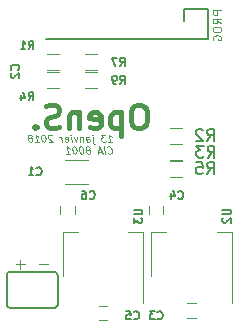
<source format=gbo>
G04 #@! TF.FileFunction,Legend,Bot*
%FSLAX46Y46*%
G04 Gerber Fmt 4.6, Leading zero omitted, Abs format (unit mm)*
G04 Created by KiCad (PCBNEW 4.0.7-e2-6376~58~ubuntu17.04.1) date Tue Dec 26 12:58:55 2017*
%MOMM*%
%LPD*%
G01*
G04 APERTURE LIST*
%ADD10C,0.100000*%
%ADD11C,0.400000*%
%ADD12C,0.120000*%
%ADD13C,0.152400*%
%ADD14C,0.150000*%
G04 APERTURE END LIST*
D10*
X155203286Y-116721429D02*
X155546143Y-116721429D01*
X155374715Y-116721429D02*
X155299715Y-116121429D01*
X155367572Y-116207143D01*
X155431857Y-116264286D01*
X155492571Y-116292857D01*
X154928286Y-116121429D02*
X154556857Y-116121429D01*
X154785428Y-116350000D01*
X154699714Y-116350000D01*
X154646142Y-116378571D01*
X154621143Y-116407143D01*
X154599714Y-116464286D01*
X154617571Y-116607143D01*
X154653286Y-116664286D01*
X154685428Y-116692857D01*
X154746143Y-116721429D01*
X154917571Y-116721429D01*
X154971142Y-116692857D01*
X154996143Y-116664286D01*
X153867571Y-116321429D02*
X153931856Y-116835714D01*
X153967570Y-116892857D01*
X154028285Y-116921429D01*
X154056857Y-116921429D01*
X153842571Y-116121429D02*
X153874713Y-116150000D01*
X153849713Y-116178571D01*
X153817570Y-116150000D01*
X153842571Y-116121429D01*
X153849713Y-116178571D01*
X153374714Y-116721429D02*
X153335428Y-116407143D01*
X153356856Y-116350000D01*
X153410428Y-116321429D01*
X153524714Y-116321429D01*
X153585428Y-116350000D01*
X153371142Y-116692857D02*
X153431857Y-116721429D01*
X153574714Y-116721429D01*
X153628285Y-116692857D01*
X153649713Y-116635714D01*
X153642570Y-116578571D01*
X153606857Y-116521429D01*
X153546142Y-116492857D01*
X153403285Y-116492857D01*
X153342571Y-116464286D01*
X153039000Y-116321429D02*
X153089000Y-116721429D01*
X153046142Y-116378571D02*
X153013999Y-116350000D01*
X152953286Y-116321429D01*
X152867571Y-116321429D01*
X152813999Y-116350000D01*
X152792571Y-116407143D01*
X152831857Y-116721429D01*
X152553286Y-116321429D02*
X152460429Y-116721429D01*
X152267571Y-116321429D01*
X152089000Y-116721429D02*
X152039000Y-116321429D01*
X152014000Y-116121429D02*
X152046142Y-116150000D01*
X152021142Y-116178571D01*
X151988999Y-116150000D01*
X152014000Y-116121429D01*
X152021142Y-116178571D01*
X151571142Y-116692857D02*
X151631857Y-116721429D01*
X151746143Y-116721429D01*
X151799714Y-116692857D01*
X151821142Y-116635714D01*
X151792571Y-116407143D01*
X151756857Y-116350000D01*
X151696143Y-116321429D01*
X151581857Y-116321429D01*
X151528285Y-116350000D01*
X151506857Y-116407143D01*
X151514000Y-116464286D01*
X151806857Y-116521429D01*
X151289000Y-116721429D02*
X151239000Y-116321429D01*
X151253285Y-116435714D02*
X151217570Y-116378571D01*
X151185428Y-116350000D01*
X151124714Y-116321429D01*
X151067571Y-116321429D01*
X150421141Y-116178571D02*
X150388999Y-116150000D01*
X150328285Y-116121429D01*
X150185428Y-116121429D01*
X150131856Y-116150000D01*
X150106856Y-116178571D01*
X150085427Y-116235714D01*
X150092570Y-116292857D01*
X150131856Y-116378571D01*
X150517571Y-116721429D01*
X150146142Y-116721429D01*
X149699713Y-116121429D02*
X149642570Y-116121429D01*
X149588998Y-116150000D01*
X149563998Y-116178571D01*
X149542570Y-116235714D01*
X149528284Y-116350000D01*
X149546141Y-116492857D01*
X149588999Y-116607143D01*
X149624713Y-116664286D01*
X149656855Y-116692857D01*
X149717570Y-116721429D01*
X149774713Y-116721429D01*
X149828284Y-116692857D01*
X149853284Y-116664286D01*
X149874713Y-116607143D01*
X149888998Y-116492857D01*
X149871141Y-116350000D01*
X149828284Y-116235714D01*
X149792569Y-116178571D01*
X149760427Y-116150000D01*
X149699713Y-116121429D01*
X149003284Y-116721429D02*
X149346141Y-116721429D01*
X149174713Y-116721429D02*
X149099713Y-116121429D01*
X149167570Y-116207143D01*
X149231855Y-116264286D01*
X149292569Y-116292857D01*
X148617569Y-116378571D02*
X148671140Y-116350000D01*
X148696141Y-116321429D01*
X148717569Y-116264286D01*
X148713997Y-116235714D01*
X148678283Y-116178571D01*
X148646140Y-116150000D01*
X148585427Y-116121429D01*
X148471141Y-116121429D01*
X148417569Y-116150000D01*
X148392569Y-116178571D01*
X148371140Y-116235714D01*
X148374712Y-116264286D01*
X148410427Y-116321429D01*
X148442569Y-116350000D01*
X148503283Y-116378571D01*
X148617569Y-116378571D01*
X148678283Y-116407143D01*
X148710426Y-116435714D01*
X148746140Y-116492857D01*
X148760426Y-116607143D01*
X148738998Y-116664286D01*
X148713997Y-116692857D01*
X148660427Y-116721429D01*
X148546141Y-116721429D01*
X148485426Y-116692857D01*
X148453284Y-116664286D01*
X148417569Y-116607143D01*
X148403283Y-116492857D01*
X148424712Y-116435714D01*
X148449712Y-116407143D01*
X148503283Y-116378571D01*
X155167572Y-117664286D02*
X155199714Y-117692857D01*
X155289000Y-117721429D01*
X155346143Y-117721429D01*
X155428286Y-117692857D01*
X155478285Y-117635714D01*
X155499714Y-117578571D01*
X155514000Y-117464286D01*
X155503285Y-117378571D01*
X155460429Y-117264286D01*
X155424714Y-117207143D01*
X155360429Y-117150000D01*
X155271143Y-117121429D01*
X155214000Y-117121429D01*
X155131857Y-117150000D01*
X155106857Y-117178571D01*
X154917572Y-117721429D02*
X154842572Y-117121429D01*
X154639000Y-117550000D02*
X154353286Y-117550000D01*
X154717572Y-117721429D02*
X154442572Y-117121429D01*
X154317572Y-117721429D01*
X153531857Y-117378571D02*
X153585428Y-117350000D01*
X153610429Y-117321429D01*
X153631857Y-117264286D01*
X153628285Y-117235714D01*
X153592571Y-117178571D01*
X153560428Y-117150000D01*
X153499715Y-117121429D01*
X153385429Y-117121429D01*
X153331857Y-117150000D01*
X153306857Y-117178571D01*
X153285428Y-117235714D01*
X153289000Y-117264286D01*
X153324715Y-117321429D01*
X153356857Y-117350000D01*
X153417571Y-117378571D01*
X153531857Y-117378571D01*
X153592571Y-117407143D01*
X153624714Y-117435714D01*
X153660428Y-117492857D01*
X153674714Y-117607143D01*
X153653286Y-117664286D01*
X153628285Y-117692857D01*
X153574715Y-117721429D01*
X153460429Y-117721429D01*
X153399714Y-117692857D01*
X153367572Y-117664286D01*
X153331857Y-117607143D01*
X153317571Y-117492857D01*
X153339000Y-117435714D01*
X153364000Y-117407143D01*
X153417571Y-117378571D01*
X152899714Y-117121429D02*
X152842571Y-117121429D01*
X152788999Y-117150000D01*
X152763999Y-117178571D01*
X152742571Y-117235714D01*
X152728285Y-117350000D01*
X152746142Y-117492857D01*
X152789000Y-117607143D01*
X152824714Y-117664286D01*
X152856856Y-117692857D01*
X152917571Y-117721429D01*
X152974714Y-117721429D01*
X153028285Y-117692857D01*
X153053285Y-117664286D01*
X153074714Y-117607143D01*
X153088999Y-117492857D01*
X153071142Y-117350000D01*
X153028285Y-117235714D01*
X152992570Y-117178571D01*
X152960428Y-117150000D01*
X152899714Y-117121429D01*
X152328285Y-117121429D02*
X152271142Y-117121429D01*
X152217570Y-117150000D01*
X152192570Y-117178571D01*
X152171142Y-117235714D01*
X152156856Y-117350000D01*
X152174713Y-117492857D01*
X152217571Y-117607143D01*
X152253285Y-117664286D01*
X152285427Y-117692857D01*
X152346142Y-117721429D01*
X152403285Y-117721429D01*
X152456856Y-117692857D01*
X152481856Y-117664286D01*
X152503285Y-117607143D01*
X152517570Y-117492857D01*
X152499713Y-117350000D01*
X152456856Y-117235714D01*
X152421141Y-117178571D01*
X152388999Y-117150000D01*
X152328285Y-117121429D01*
X151631856Y-117721429D02*
X151974713Y-117721429D01*
X151803285Y-117721429D02*
X151728285Y-117121429D01*
X151796142Y-117207143D01*
X151860427Y-117264286D01*
X151921141Y-117292857D01*
X164766667Y-105600001D02*
X164066667Y-105600001D01*
X164066667Y-105866667D01*
X164100000Y-105933334D01*
X164133333Y-105966667D01*
X164200000Y-106000001D01*
X164300000Y-106000001D01*
X164366667Y-105966667D01*
X164400000Y-105933334D01*
X164433333Y-105866667D01*
X164433333Y-105600001D01*
X164766667Y-106700001D02*
X164433333Y-106466667D01*
X164766667Y-106300001D02*
X164066667Y-106300001D01*
X164066667Y-106566667D01*
X164100000Y-106633334D01*
X164133333Y-106666667D01*
X164200000Y-106700001D01*
X164300000Y-106700001D01*
X164366667Y-106666667D01*
X164400000Y-106633334D01*
X164433333Y-106566667D01*
X164433333Y-106300001D01*
X164066667Y-107133334D02*
X164066667Y-107266667D01*
X164100000Y-107333334D01*
X164166667Y-107400001D01*
X164300000Y-107433334D01*
X164533333Y-107433334D01*
X164666667Y-107400001D01*
X164733333Y-107333334D01*
X164766667Y-107266667D01*
X164766667Y-107133334D01*
X164733333Y-107066667D01*
X164666667Y-107000001D01*
X164533333Y-106966667D01*
X164300000Y-106966667D01*
X164166667Y-107000001D01*
X164100000Y-107066667D01*
X164066667Y-107133334D01*
X164100000Y-108100000D02*
X164066667Y-108033334D01*
X164066667Y-107933334D01*
X164100000Y-107833334D01*
X164166667Y-107766667D01*
X164233333Y-107733334D01*
X164366667Y-107700000D01*
X164466667Y-107700000D01*
X164600000Y-107733334D01*
X164666667Y-107766667D01*
X164733333Y-107833334D01*
X164766667Y-107933334D01*
X164766667Y-108000000D01*
X164733333Y-108100000D01*
X164700000Y-108133334D01*
X164466667Y-108133334D01*
X164466667Y-108000000D01*
D11*
X157981857Y-113568762D02*
X157600905Y-113568762D01*
X157410429Y-113664000D01*
X157219952Y-113854476D01*
X157124714Y-114235429D01*
X157124714Y-114902095D01*
X157219952Y-115283048D01*
X157410429Y-115473524D01*
X157600905Y-115568762D01*
X157981857Y-115568762D01*
X158172333Y-115473524D01*
X158362810Y-115283048D01*
X158458048Y-114902095D01*
X158458048Y-114235429D01*
X158362810Y-113854476D01*
X158172333Y-113664000D01*
X157981857Y-113568762D01*
X156267572Y-114235429D02*
X156267572Y-116235429D01*
X156267572Y-114330667D02*
X156077095Y-114235429D01*
X155696143Y-114235429D01*
X155505667Y-114330667D01*
X155410429Y-114425905D01*
X155315191Y-114616381D01*
X155315191Y-115187810D01*
X155410429Y-115378286D01*
X155505667Y-115473524D01*
X155696143Y-115568762D01*
X156077095Y-115568762D01*
X156267572Y-115473524D01*
X153696143Y-115473524D02*
X153886619Y-115568762D01*
X154267571Y-115568762D01*
X154458048Y-115473524D01*
X154553286Y-115283048D01*
X154553286Y-114521143D01*
X154458048Y-114330667D01*
X154267571Y-114235429D01*
X153886619Y-114235429D01*
X153696143Y-114330667D01*
X153600905Y-114521143D01*
X153600905Y-114711619D01*
X154553286Y-114902095D01*
X152743762Y-114235429D02*
X152743762Y-115568762D01*
X152743762Y-114425905D02*
X152648523Y-114330667D01*
X152458047Y-114235429D01*
X152172333Y-114235429D01*
X151981857Y-114330667D01*
X151886619Y-114521143D01*
X151886619Y-115568762D01*
X151029476Y-115473524D02*
X150743761Y-115568762D01*
X150267571Y-115568762D01*
X150077095Y-115473524D01*
X149981857Y-115378286D01*
X149886618Y-115187810D01*
X149886618Y-114997333D01*
X149981857Y-114806857D01*
X150077095Y-114711619D01*
X150267571Y-114616381D01*
X150648523Y-114521143D01*
X150838999Y-114425905D01*
X150934238Y-114330667D01*
X151029476Y-114140190D01*
X151029476Y-113949714D01*
X150934238Y-113759238D01*
X150838999Y-113664000D01*
X150648523Y-113568762D01*
X150172333Y-113568762D01*
X149886618Y-113664000D01*
X149029476Y-115378286D02*
X148934237Y-115473524D01*
X149029476Y-115568762D01*
X149124714Y-115473524D01*
X149029476Y-115378286D01*
X149029476Y-115568762D01*
D10*
X147369048Y-127071429D02*
X148130953Y-127071429D01*
X147750001Y-127452381D02*
X147750001Y-126690476D01*
X149369048Y-127071429D02*
X150130953Y-127071429D01*
D12*
X153500000Y-120270000D02*
X151500000Y-120270000D01*
X151500000Y-118230000D02*
X153500000Y-118230000D01*
X162600000Y-130400000D02*
X161900000Y-130400000D01*
X161900000Y-131600000D02*
X162600000Y-131600000D01*
X158650000Y-122150000D02*
X158650000Y-122850000D01*
X159850000Y-122850000D02*
X159850000Y-122150000D01*
X155100000Y-130650000D02*
X154400000Y-130650000D01*
X154400000Y-131850000D02*
X155100000Y-131850000D01*
X151150000Y-122150000D02*
X151150000Y-122850000D01*
X152350000Y-122850000D02*
X152350000Y-122150000D01*
X150000000Y-110680000D02*
X151000000Y-110680000D01*
X151000000Y-109320000D02*
X150000000Y-109320000D01*
X161409000Y-115525000D02*
X160409000Y-115525000D01*
X160409000Y-116885000D02*
X161409000Y-116885000D01*
X161409000Y-116922000D02*
X160409000Y-116922000D01*
X160409000Y-118282000D02*
X161409000Y-118282000D01*
X149995000Y-112186000D02*
X150995000Y-112186000D01*
X150995000Y-110826000D02*
X149995000Y-110826000D01*
X161409000Y-118319000D02*
X160409000Y-118319000D01*
X160409000Y-119679000D02*
X161409000Y-119679000D01*
X154250000Y-109320000D02*
X153250000Y-109320000D01*
X153250000Y-110680000D02*
X154250000Y-110680000D01*
X154250000Y-110820000D02*
X153250000Y-110820000D01*
X153250000Y-112180000D02*
X154250000Y-112180000D01*
X158840000Y-124340000D02*
X160100000Y-124340000D01*
X165660000Y-124340000D02*
X164400000Y-124340000D01*
X158840000Y-128100000D02*
X158840000Y-124340000D01*
X165660000Y-130350000D02*
X165660000Y-124340000D01*
X151340000Y-124340000D02*
X152600000Y-124340000D01*
X158160000Y-124340000D02*
X156900000Y-124340000D01*
X151340000Y-128100000D02*
X151340000Y-124340000D01*
X158160000Y-130350000D02*
X158160000Y-124340000D01*
D13*
X150655000Y-127726000D02*
X146845000Y-127726000D01*
X150909000Y-130520000D02*
G75*
G02X150655000Y-130774000I-254000J0D01*
G01*
X146845000Y-130774000D02*
G75*
G02X146591000Y-130520000I0J254000D01*
G01*
X146845000Y-127726000D02*
G75*
G03X146591000Y-127980000I0J-254000D01*
G01*
X150909000Y-127980000D02*
G75*
G03X150655000Y-127726000I-254000J0D01*
G01*
X150909000Y-127980000D02*
X150909000Y-130520000D01*
X146591000Y-127980000D02*
X146591000Y-130520000D01*
X146845000Y-130774000D02*
X150655000Y-130774000D01*
D14*
X149900000Y-108016000D02*
X163616000Y-108016000D01*
X163616000Y-108016000D02*
X163616000Y-105476000D01*
X163616000Y-105476000D02*
X161584000Y-105476000D01*
X161584000Y-105476000D02*
X161584000Y-106492000D01*
X149116666Y-119500000D02*
X149150000Y-119533333D01*
X149250000Y-119566667D01*
X149316666Y-119566667D01*
X149416666Y-119533333D01*
X149483333Y-119466667D01*
X149516666Y-119400000D01*
X149550000Y-119266667D01*
X149550000Y-119166667D01*
X149516666Y-119033333D01*
X149483333Y-118966667D01*
X149416666Y-118900000D01*
X149316666Y-118866667D01*
X149250000Y-118866667D01*
X149150000Y-118900000D01*
X149116666Y-118933333D01*
X148450000Y-119566667D02*
X148850000Y-119566667D01*
X148650000Y-119566667D02*
X148650000Y-118866667D01*
X148716666Y-118966667D01*
X148783333Y-119033333D01*
X148850000Y-119066667D01*
X147570000Y-110627334D02*
X147603333Y-110594000D01*
X147636667Y-110494000D01*
X147636667Y-110427334D01*
X147603333Y-110327334D01*
X147536667Y-110260667D01*
X147470000Y-110227334D01*
X147336667Y-110194000D01*
X147236667Y-110194000D01*
X147103333Y-110227334D01*
X147036667Y-110260667D01*
X146970000Y-110327334D01*
X146936667Y-110427334D01*
X146936667Y-110494000D01*
X146970000Y-110594000D01*
X147003333Y-110627334D01*
X147003333Y-110894000D02*
X146970000Y-110927334D01*
X146936667Y-110994000D01*
X146936667Y-111160667D01*
X146970000Y-111227334D01*
X147003333Y-111260667D01*
X147070000Y-111294000D01*
X147136667Y-111294000D01*
X147236667Y-111260667D01*
X147636667Y-110860667D01*
X147636667Y-111294000D01*
X159366666Y-131700000D02*
X159400000Y-131733333D01*
X159500000Y-131766667D01*
X159566666Y-131766667D01*
X159666666Y-131733333D01*
X159733333Y-131666667D01*
X159766666Y-131600000D01*
X159800000Y-131466667D01*
X159800000Y-131366667D01*
X159766666Y-131233333D01*
X159733333Y-131166667D01*
X159666666Y-131100000D01*
X159566666Y-131066667D01*
X159500000Y-131066667D01*
X159400000Y-131100000D01*
X159366666Y-131133333D01*
X159133333Y-131066667D02*
X158700000Y-131066667D01*
X158933333Y-131333333D01*
X158833333Y-131333333D01*
X158766666Y-131366667D01*
X158733333Y-131400000D01*
X158700000Y-131466667D01*
X158700000Y-131633333D01*
X158733333Y-131700000D01*
X158766666Y-131733333D01*
X158833333Y-131766667D01*
X159033333Y-131766667D01*
X159100000Y-131733333D01*
X159133333Y-131700000D01*
X161116666Y-121500000D02*
X161150000Y-121533333D01*
X161250000Y-121566667D01*
X161316666Y-121566667D01*
X161416666Y-121533333D01*
X161483333Y-121466667D01*
X161516666Y-121400000D01*
X161550000Y-121266667D01*
X161550000Y-121166667D01*
X161516666Y-121033333D01*
X161483333Y-120966667D01*
X161416666Y-120900000D01*
X161316666Y-120866667D01*
X161250000Y-120866667D01*
X161150000Y-120900000D01*
X161116666Y-120933333D01*
X160516666Y-121100000D02*
X160516666Y-121566667D01*
X160683333Y-120833333D02*
X160850000Y-121333333D01*
X160416666Y-121333333D01*
X157366666Y-131700000D02*
X157400000Y-131733333D01*
X157500000Y-131766667D01*
X157566666Y-131766667D01*
X157666666Y-131733333D01*
X157733333Y-131666667D01*
X157766666Y-131600000D01*
X157800000Y-131466667D01*
X157800000Y-131366667D01*
X157766666Y-131233333D01*
X157733333Y-131166667D01*
X157666666Y-131100000D01*
X157566666Y-131066667D01*
X157500000Y-131066667D01*
X157400000Y-131100000D01*
X157366666Y-131133333D01*
X156733333Y-131066667D02*
X157066666Y-131066667D01*
X157100000Y-131400000D01*
X157066666Y-131366667D01*
X157000000Y-131333333D01*
X156833333Y-131333333D01*
X156766666Y-131366667D01*
X156733333Y-131400000D01*
X156700000Y-131466667D01*
X156700000Y-131633333D01*
X156733333Y-131700000D01*
X156766666Y-131733333D01*
X156833333Y-131766667D01*
X157000000Y-131766667D01*
X157066666Y-131733333D01*
X157100000Y-131700000D01*
X153616666Y-121500000D02*
X153650000Y-121533333D01*
X153750000Y-121566667D01*
X153816666Y-121566667D01*
X153916666Y-121533333D01*
X153983333Y-121466667D01*
X154016666Y-121400000D01*
X154050000Y-121266667D01*
X154050000Y-121166667D01*
X154016666Y-121033333D01*
X153983333Y-120966667D01*
X153916666Y-120900000D01*
X153816666Y-120866667D01*
X153750000Y-120866667D01*
X153650000Y-120900000D01*
X153616666Y-120933333D01*
X153016666Y-120866667D02*
X153150000Y-120866667D01*
X153216666Y-120900000D01*
X153250000Y-120933333D01*
X153316666Y-121033333D01*
X153350000Y-121166667D01*
X153350000Y-121433333D01*
X153316666Y-121500000D01*
X153283333Y-121533333D01*
X153216666Y-121566667D01*
X153083333Y-121566667D01*
X153016666Y-121533333D01*
X152983333Y-121500000D01*
X152950000Y-121433333D01*
X152950000Y-121266667D01*
X152983333Y-121200000D01*
X153016666Y-121166667D01*
X153083333Y-121133333D01*
X153216666Y-121133333D01*
X153283333Y-121166667D01*
X153316666Y-121200000D01*
X153350000Y-121266667D01*
X148452666Y-108901667D02*
X148686000Y-108568333D01*
X148852666Y-108901667D02*
X148852666Y-108201667D01*
X148586000Y-108201667D01*
X148519333Y-108235000D01*
X148486000Y-108268333D01*
X148452666Y-108335000D01*
X148452666Y-108435000D01*
X148486000Y-108501667D01*
X148519333Y-108535000D01*
X148586000Y-108568333D01*
X148852666Y-108568333D01*
X147786000Y-108901667D02*
X148186000Y-108901667D01*
X147986000Y-108901667D02*
X147986000Y-108201667D01*
X148052666Y-108301667D01*
X148119333Y-108368333D01*
X148186000Y-108401667D01*
X163575666Y-116657381D02*
X163909000Y-116181190D01*
X164147095Y-116657381D02*
X164147095Y-115657381D01*
X163766142Y-115657381D01*
X163670904Y-115705000D01*
X163623285Y-115752619D01*
X163575666Y-115847857D01*
X163575666Y-115990714D01*
X163623285Y-116085952D01*
X163670904Y-116133571D01*
X163766142Y-116181190D01*
X164147095Y-116181190D01*
X163194714Y-115752619D02*
X163147095Y-115705000D01*
X163051857Y-115657381D01*
X162813761Y-115657381D01*
X162718523Y-115705000D01*
X162670904Y-115752619D01*
X162623285Y-115847857D01*
X162623285Y-115943095D01*
X162670904Y-116085952D01*
X163242333Y-116657381D01*
X162623285Y-116657381D01*
X163615666Y-118054381D02*
X163949000Y-117578190D01*
X164187095Y-118054381D02*
X164187095Y-117054381D01*
X163806142Y-117054381D01*
X163710904Y-117102000D01*
X163663285Y-117149619D01*
X163615666Y-117244857D01*
X163615666Y-117387714D01*
X163663285Y-117482952D01*
X163710904Y-117530571D01*
X163806142Y-117578190D01*
X164187095Y-117578190D01*
X163282333Y-117054381D02*
X162663285Y-117054381D01*
X162996619Y-117435333D01*
X162853761Y-117435333D01*
X162758523Y-117482952D01*
X162710904Y-117530571D01*
X162663285Y-117625810D01*
X162663285Y-117863905D01*
X162710904Y-117959143D01*
X162758523Y-118006762D01*
X162853761Y-118054381D01*
X163139476Y-118054381D01*
X163234714Y-118006762D01*
X163282333Y-117959143D01*
X148452666Y-113219667D02*
X148686000Y-112886333D01*
X148852666Y-113219667D02*
X148852666Y-112519667D01*
X148586000Y-112519667D01*
X148519333Y-112553000D01*
X148486000Y-112586333D01*
X148452666Y-112653000D01*
X148452666Y-112753000D01*
X148486000Y-112819667D01*
X148519333Y-112853000D01*
X148586000Y-112886333D01*
X148852666Y-112886333D01*
X147852666Y-112753000D02*
X147852666Y-113219667D01*
X148019333Y-112486333D02*
X148186000Y-112986333D01*
X147752666Y-112986333D01*
X163575666Y-119451381D02*
X163909000Y-118975190D01*
X164147095Y-119451381D02*
X164147095Y-118451381D01*
X163766142Y-118451381D01*
X163670904Y-118499000D01*
X163623285Y-118546619D01*
X163575666Y-118641857D01*
X163575666Y-118784714D01*
X163623285Y-118879952D01*
X163670904Y-118927571D01*
X163766142Y-118975190D01*
X164147095Y-118975190D01*
X162670904Y-118451381D02*
X163147095Y-118451381D01*
X163194714Y-118927571D01*
X163147095Y-118879952D01*
X163051857Y-118832333D01*
X162813761Y-118832333D01*
X162718523Y-118879952D01*
X162670904Y-118927571D01*
X162623285Y-119022810D01*
X162623285Y-119260905D01*
X162670904Y-119356143D01*
X162718523Y-119403762D01*
X162813761Y-119451381D01*
X163051857Y-119451381D01*
X163147095Y-119403762D01*
X163194714Y-119356143D01*
X156199666Y-110298667D02*
X156433000Y-109965333D01*
X156599666Y-110298667D02*
X156599666Y-109598667D01*
X156333000Y-109598667D01*
X156266333Y-109632000D01*
X156233000Y-109665333D01*
X156199666Y-109732000D01*
X156199666Y-109832000D01*
X156233000Y-109898667D01*
X156266333Y-109932000D01*
X156333000Y-109965333D01*
X156599666Y-109965333D01*
X155966333Y-109598667D02*
X155499666Y-109598667D01*
X155799666Y-110298667D01*
X156199666Y-111822667D02*
X156433000Y-111489333D01*
X156599666Y-111822667D02*
X156599666Y-111122667D01*
X156333000Y-111122667D01*
X156266333Y-111156000D01*
X156233000Y-111189333D01*
X156199666Y-111256000D01*
X156199666Y-111356000D01*
X156233000Y-111422667D01*
X156266333Y-111456000D01*
X156333000Y-111489333D01*
X156599666Y-111489333D01*
X155866333Y-111822667D02*
X155733000Y-111822667D01*
X155666333Y-111789333D01*
X155633000Y-111756000D01*
X155566333Y-111656000D01*
X155533000Y-111522667D01*
X155533000Y-111256000D01*
X155566333Y-111189333D01*
X155599666Y-111156000D01*
X155666333Y-111122667D01*
X155799666Y-111122667D01*
X155866333Y-111156000D01*
X155899666Y-111189333D01*
X155933000Y-111256000D01*
X155933000Y-111422667D01*
X155899666Y-111489333D01*
X155866333Y-111522667D01*
X155799666Y-111556000D01*
X155666333Y-111556000D01*
X155599666Y-111522667D01*
X155566333Y-111489333D01*
X155533000Y-111422667D01*
X164866667Y-122466667D02*
X165433333Y-122466667D01*
X165500000Y-122500000D01*
X165533333Y-122533333D01*
X165566667Y-122600000D01*
X165566667Y-122733333D01*
X165533333Y-122800000D01*
X165500000Y-122833333D01*
X165433333Y-122866667D01*
X164866667Y-122866667D01*
X164933333Y-123166666D02*
X164900000Y-123200000D01*
X164866667Y-123266666D01*
X164866667Y-123433333D01*
X164900000Y-123500000D01*
X164933333Y-123533333D01*
X165000000Y-123566666D01*
X165066667Y-123566666D01*
X165166667Y-123533333D01*
X165566667Y-123133333D01*
X165566667Y-123566666D01*
X157366667Y-122466667D02*
X157933333Y-122466667D01*
X158000000Y-122500000D01*
X158033333Y-122533333D01*
X158066667Y-122600000D01*
X158066667Y-122733333D01*
X158033333Y-122800000D01*
X158000000Y-122833333D01*
X157933333Y-122866667D01*
X157366667Y-122866667D01*
X157366667Y-123133333D02*
X157366667Y-123566666D01*
X157633333Y-123333333D01*
X157633333Y-123433333D01*
X157666667Y-123500000D01*
X157700000Y-123533333D01*
X157766667Y-123566666D01*
X157933333Y-123566666D01*
X158000000Y-123533333D01*
X158033333Y-123500000D01*
X158066667Y-123433333D01*
X158066667Y-123233333D01*
X158033333Y-123166666D01*
X158000000Y-123133333D01*
M02*

</source>
